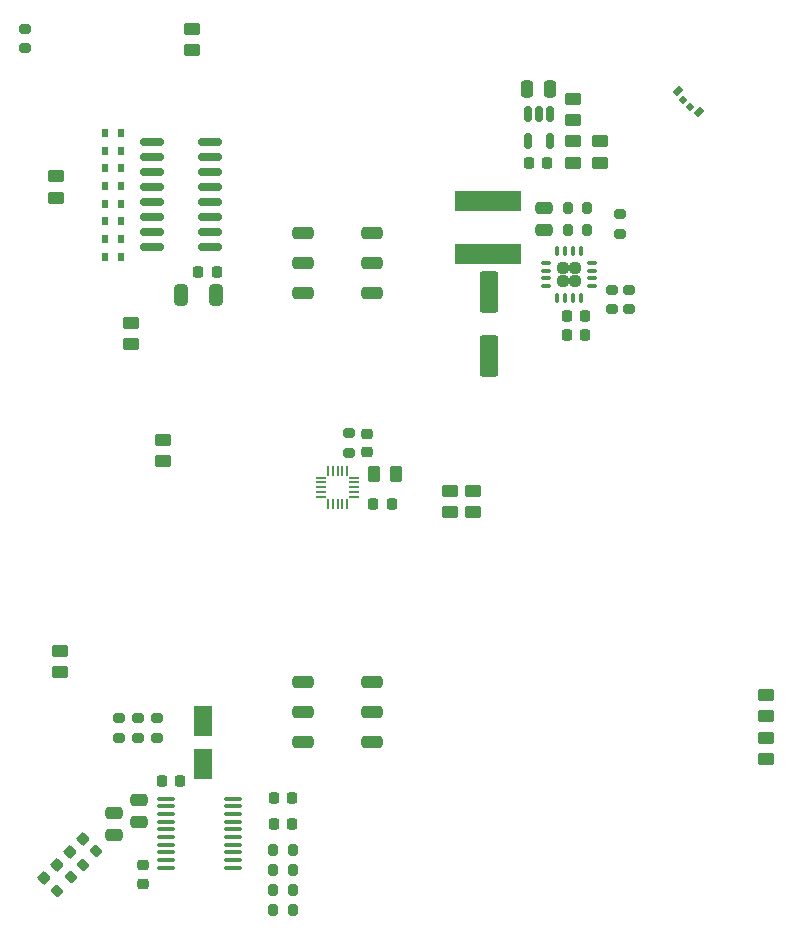
<source format=gbr>
%TF.GenerationSoftware,KiCad,Pcbnew,(6.0.10-0)*%
%TF.CreationDate,2025-02-20T17:08:05+01:00*%
%TF.ProjectId,MiniChord,4d696e69-4368-46f7-9264-2e6b69636164,rev?*%
%TF.SameCoordinates,Original*%
%TF.FileFunction,Paste,Top*%
%TF.FilePolarity,Positive*%
%FSLAX46Y46*%
G04 Gerber Fmt 4.6, Leading zero omitted, Abs format (unit mm)*
G04 Created by KiCad (PCBNEW (6.0.10-0)) date 2025-02-20 17:08:05*
%MOMM*%
%LPD*%
G01*
G04 APERTURE LIST*
G04 Aperture macros list*
%AMRoundRect*
0 Rectangle with rounded corners*
0 $1 Rounding radius*
0 $2 $3 $4 $5 $6 $7 $8 $9 X,Y pos of 4 corners*
0 Add a 4 corners polygon primitive as box body*
4,1,4,$2,$3,$4,$5,$6,$7,$8,$9,$2,$3,0*
0 Add four circle primitives for the rounded corners*
1,1,$1+$1,$2,$3*
1,1,$1+$1,$4,$5*
1,1,$1+$1,$6,$7*
1,1,$1+$1,$8,$9*
0 Add four rect primitives between the rounded corners*
20,1,$1+$1,$2,$3,$4,$5,0*
20,1,$1+$1,$4,$5,$6,$7,0*
20,1,$1+$1,$6,$7,$8,$9,0*
20,1,$1+$1,$8,$9,$2,$3,0*%
%AMFreePoly0*
4,1,14,0.354215,0.088284,0.450784,-0.008285,0.462500,-0.036569,0.462500,-0.060000,0.450784,-0.088284,0.422500,-0.100000,-0.422500,-0.100000,-0.450784,-0.088284,-0.462500,-0.060000,-0.462500,0.060000,-0.450784,0.088284,-0.422500,0.100000,0.325931,0.100000,0.354215,0.088284,0.354215,0.088284,$1*%
%AMFreePoly1*
4,1,14,0.450784,0.088284,0.462500,0.060000,0.462500,0.036569,0.450784,0.008285,0.354215,-0.088284,0.325931,-0.100000,-0.422500,-0.100000,-0.450784,-0.088284,-0.462500,-0.060000,-0.462500,0.060000,-0.450784,0.088284,-0.422500,0.100000,0.422500,0.100000,0.450784,0.088284,0.450784,0.088284,$1*%
%AMFreePoly2*
4,1,14,0.088284,0.450784,0.100000,0.422500,0.100000,-0.422500,0.088284,-0.450784,0.060000,-0.462500,-0.060000,-0.462500,-0.088284,-0.450784,-0.100000,-0.422500,-0.100000,0.325931,-0.088284,0.354215,0.008285,0.450784,0.036569,0.462500,0.060000,0.462500,0.088284,0.450784,0.088284,0.450784,$1*%
%AMFreePoly3*
4,1,14,-0.008285,0.450784,0.088284,0.354215,0.100000,0.325931,0.100000,-0.422500,0.088284,-0.450784,0.060000,-0.462500,-0.060000,-0.462500,-0.088284,-0.450784,-0.100000,-0.422500,-0.100000,0.422500,-0.088284,0.450784,-0.060000,0.462500,-0.036569,0.462500,-0.008285,0.450784,-0.008285,0.450784,$1*%
%AMFreePoly4*
4,1,14,0.450784,0.088284,0.462500,0.060000,0.462500,-0.060000,0.450784,-0.088284,0.422500,-0.100000,-0.325931,-0.100000,-0.354215,-0.088284,-0.450784,0.008285,-0.462500,0.036569,-0.462500,0.060000,-0.450784,0.088284,-0.422500,0.100000,0.422500,0.100000,0.450784,0.088284,0.450784,0.088284,$1*%
%AMFreePoly5*
4,1,14,0.450784,0.088284,0.462500,0.060000,0.462500,-0.060000,0.450784,-0.088284,0.422500,-0.100000,-0.422500,-0.100000,-0.450784,-0.088284,-0.462500,-0.060000,-0.462500,-0.036569,-0.450784,-0.008285,-0.354215,0.088284,-0.325931,0.100000,0.422500,0.100000,0.450784,0.088284,0.450784,0.088284,$1*%
%AMFreePoly6*
4,1,14,0.088284,0.450784,0.100000,0.422500,0.100000,-0.325931,0.088284,-0.354215,-0.008285,-0.450784,-0.036569,-0.462500,-0.060000,-0.462500,-0.088284,-0.450784,-0.100000,-0.422500,-0.100000,0.422500,-0.088284,0.450784,-0.060000,0.462500,0.060000,0.462500,0.088284,0.450784,0.088284,0.450784,$1*%
%AMFreePoly7*
4,1,14,0.088284,0.450784,0.100000,0.422500,0.100000,-0.422500,0.088284,-0.450784,0.060000,-0.462500,0.036569,-0.462500,0.008285,-0.450784,-0.088284,-0.354215,-0.100000,-0.325931,-0.100000,0.422500,-0.088284,0.450784,-0.060000,0.462500,0.060000,0.462500,0.088284,0.450784,0.088284,0.450784,$1*%
G04 Aperture macros list end*
%ADD10RoundRect,0.150000X-0.825000X-0.150000X0.825000X-0.150000X0.825000X0.150000X-0.825000X0.150000X0*%
%ADD11RoundRect,0.225000X0.225000X0.250000X-0.225000X0.250000X-0.225000X-0.250000X0.225000X-0.250000X0*%
%ADD12R,0.600000X0.700000*%
%ADD13RoundRect,0.200000X-0.275000X0.200000X-0.275000X-0.200000X0.275000X-0.200000X0.275000X0.200000X0*%
%ADD14RoundRect,0.250000X-0.450000X0.262500X-0.450000X-0.262500X0.450000X-0.262500X0.450000X0.262500X0*%
%ADD15RoundRect,0.250000X-0.475000X0.250000X-0.475000X-0.250000X0.475000X-0.250000X0.475000X0.250000X0*%
%ADD16RoundRect,0.225000X-0.225000X-0.250000X0.225000X-0.250000X0.225000X0.250000X-0.225000X0.250000X0*%
%ADD17RoundRect,0.200000X-0.200000X-0.275000X0.200000X-0.275000X0.200000X0.275000X-0.200000X0.275000X0*%
%ADD18RoundRect,0.225000X0.017678X-0.335876X0.335876X-0.017678X-0.017678X0.335876X-0.335876X0.017678X0*%
%ADD19RoundRect,0.050000X0.388909X0.106066X0.106066X0.388909X-0.388909X-0.106066X-0.106066X-0.388909X0*%
%ADD20RoundRect,0.050000X0.300520X0.017678X0.017678X0.300520X-0.300520X-0.017678X-0.017678X-0.300520X0*%
%ADD21RoundRect,0.225000X-0.250000X0.225000X-0.250000X-0.225000X0.250000X-0.225000X0.250000X0.225000X0*%
%ADD22RoundRect,0.250000X0.475000X-0.250000X0.475000X0.250000X-0.475000X0.250000X-0.475000X-0.250000X0*%
%ADD23RoundRect,0.250000X0.450000X-0.262500X0.450000X0.262500X-0.450000X0.262500X-0.450000X-0.262500X0*%
%ADD24RoundRect,0.200000X0.275000X-0.200000X0.275000X0.200000X-0.275000X0.200000X-0.275000X-0.200000X0*%
%ADD25RoundRect,0.250000X-0.250000X-0.475000X0.250000X-0.475000X0.250000X0.475000X-0.250000X0.475000X0*%
%ADD26RoundRect,0.250000X-0.550000X1.500000X-0.550000X-1.500000X0.550000X-1.500000X0.550000X1.500000X0*%
%ADD27RoundRect,0.250000X-0.262500X-0.450000X0.262500X-0.450000X0.262500X0.450000X-0.262500X0.450000X0*%
%ADD28RoundRect,0.200000X-0.053033X0.335876X-0.335876X0.053033X0.053033X-0.335876X0.335876X-0.053033X0*%
%ADD29RoundRect,0.150000X-0.150000X0.512500X-0.150000X-0.512500X0.150000X-0.512500X0.150000X0.512500X0*%
%ADD30RoundRect,0.255000X-0.635000X0.255000X-0.635000X-0.255000X0.635000X-0.255000X0.635000X0.255000X0*%
%ADD31RoundRect,0.250000X0.325000X0.650000X-0.325000X0.650000X-0.325000X-0.650000X0.325000X-0.650000X0*%
%ADD32RoundRect,0.238649X-0.238648X-0.238648X0.238648X-0.238648X0.238648X0.238648X-0.238648X0.238648X0*%
%ADD33RoundRect,0.087500X-0.325000X-0.087500X0.325000X-0.087500X0.325000X0.087500X-0.325000X0.087500X0*%
%ADD34RoundRect,0.087500X-0.087500X-0.325000X0.087500X-0.325000X0.087500X0.325000X-0.087500X0.325000X0*%
%ADD35R,5.700000X1.700000*%
%ADD36RoundRect,0.200000X0.053033X-0.335876X0.335876X-0.053033X-0.053033X0.335876X-0.335876X0.053033X0*%
%ADD37RoundRect,0.200000X0.200000X0.275000X-0.200000X0.275000X-0.200000X-0.275000X0.200000X-0.275000X0*%
%ADD38RoundRect,0.100000X-0.637500X-0.100000X0.637500X-0.100000X0.637500X0.100000X-0.637500X0.100000X0*%
%ADD39RoundRect,0.250000X-0.550000X1.050000X-0.550000X-1.050000X0.550000X-1.050000X0.550000X1.050000X0*%
%ADD40RoundRect,0.225000X-0.017678X0.335876X-0.335876X0.017678X0.017678X-0.335876X0.335876X-0.017678X0*%
%ADD41FreePoly0,180.000000*%
%ADD42RoundRect,0.050000X0.412500X0.050000X-0.412500X0.050000X-0.412500X-0.050000X0.412500X-0.050000X0*%
%ADD43FreePoly1,180.000000*%
%ADD44FreePoly2,180.000000*%
%ADD45RoundRect,0.050000X0.050000X0.412500X-0.050000X0.412500X-0.050000X-0.412500X0.050000X-0.412500X0*%
%ADD46FreePoly3,180.000000*%
%ADD47FreePoly4,180.000000*%
%ADD48FreePoly5,180.000000*%
%ADD49FreePoly6,180.000000*%
%ADD50FreePoly7,180.000000*%
G04 APERTURE END LIST*
D10*
%TO.C,U4*%
X120775000Y-81805000D03*
X120775000Y-83075000D03*
X120775000Y-84345000D03*
X120775000Y-85615000D03*
X120775000Y-86885000D03*
X120775000Y-88155000D03*
X120775000Y-89425000D03*
X120775000Y-90695000D03*
X125725000Y-90695000D03*
X125725000Y-89425000D03*
X125725000Y-88155000D03*
X125725000Y-86885000D03*
X125725000Y-85615000D03*
X125725000Y-84345000D03*
X125725000Y-83075000D03*
X125725000Y-81805000D03*
%TD*%
D11*
%TO.C,C7*%
X126275000Y-92750000D03*
X124725000Y-92750000D03*
%TD*%
D12*
%TO.C,D5*%
X118200000Y-88500000D03*
X116800000Y-88500000D03*
%TD*%
D13*
%TO.C,R2*%
X159700000Y-94275000D03*
X159700000Y-95925000D03*
%TD*%
D14*
%TO.C,R13*%
X121700000Y-106987500D03*
X121700000Y-108812500D03*
%TD*%
D15*
%TO.C,C9*%
X119700000Y-137450000D03*
X119700000Y-139350000D03*
%TD*%
D16*
%TO.C,C11*%
X121625000Y-135900000D03*
X123175000Y-135900000D03*
%TD*%
D17*
%TO.C,R29*%
X131075000Y-145100000D03*
X132725000Y-145100000D03*
%TD*%
%TO.C,R27*%
X131075000Y-141700000D03*
X132725000Y-141700000D03*
%TD*%
D13*
%TO.C,R7*%
X160400000Y-87875000D03*
X160400000Y-89525000D03*
%TD*%
D12*
%TO.C,D9*%
X118200000Y-81000000D03*
X116800000Y-81000000D03*
%TD*%
D18*
%TO.C,C16*%
X111651992Y-144048008D03*
X112748008Y-142951992D03*
%TD*%
D12*
%TO.C,D11*%
X118200000Y-90000000D03*
X116800000Y-90000000D03*
%TD*%
D19*
%TO.C,D3*%
X167146536Y-79257627D03*
D20*
X166315685Y-78815685D03*
X165750000Y-78250000D03*
D19*
X165308058Y-77419149D03*
%TD*%
D21*
%TO.C,C19*%
X139000000Y-106475000D03*
X139000000Y-108025000D03*
%TD*%
D22*
%TO.C,C4*%
X154000000Y-89250000D03*
X154000000Y-87350000D03*
%TD*%
D23*
%TO.C,R10*%
X148000000Y-113112500D03*
X148000000Y-111287500D03*
%TD*%
D24*
%TO.C,R15*%
X137500000Y-108075000D03*
X137500000Y-106425000D03*
%TD*%
D17*
%TO.C,R28*%
X131075000Y-143400000D03*
X132725000Y-143400000D03*
%TD*%
D23*
%TO.C,R1*%
X158700000Y-83520000D03*
X158700000Y-81695000D03*
%TD*%
D14*
%TO.C,R12*%
X119000000Y-97087500D03*
X119000000Y-98912500D03*
%TD*%
%TO.C,R39*%
X172800000Y-132200000D03*
X172800000Y-134025000D03*
%TD*%
D13*
%TO.C,R37*%
X118000000Y-130575000D03*
X118000000Y-132225000D03*
%TD*%
D12*
%TO.C,D8*%
X118200000Y-91500000D03*
X116800000Y-91500000D03*
%TD*%
D13*
%TO.C,R35*%
X121200000Y-130575000D03*
X121200000Y-132225000D03*
%TD*%
D11*
%TO.C,C1*%
X157475000Y-98100000D03*
X155925000Y-98100000D03*
%TD*%
D25*
%TO.C,C18*%
X152550000Y-77307500D03*
X154450000Y-77307500D03*
%TD*%
D26*
%TO.C,C5*%
X149300000Y-94500000D03*
X149300000Y-99900000D03*
%TD*%
D27*
%TO.C,R14*%
X139587500Y-109900000D03*
X141412500Y-109900000D03*
%TD*%
D16*
%TO.C,C13*%
X131125000Y-139500000D03*
X132675000Y-139500000D03*
%TD*%
D28*
%TO.C,R32*%
X116083363Y-141816637D03*
X114916637Y-142983363D03*
%TD*%
D12*
%TO.C,D6*%
X118200000Y-82500000D03*
X116800000Y-82500000D03*
%TD*%
D29*
%TO.C,U3*%
X154500000Y-79388750D03*
X153550000Y-79388750D03*
X152600000Y-79388750D03*
X152600000Y-81663750D03*
X154500000Y-81663750D03*
%TD*%
D14*
%TO.C,R16*%
X113000000Y-124837500D03*
X113000000Y-126662500D03*
%TD*%
D11*
%TO.C,C3*%
X157475000Y-96500000D03*
X155925000Y-96500000D03*
%TD*%
D30*
%TO.C,J1*%
X139410000Y-89460000D03*
X139410000Y-92000000D03*
X139410000Y-94540000D03*
X133590000Y-89460000D03*
X133590000Y-92000000D03*
X133590000Y-94540000D03*
%TD*%
D31*
%TO.C,C6*%
X126225000Y-94750000D03*
X123275000Y-94750000D03*
%TD*%
D13*
%TO.C,R34*%
X110000000Y-72175000D03*
X110000000Y-73825000D03*
%TD*%
D14*
%TO.C,R8*%
X156400000Y-81695000D03*
X156400000Y-83520000D03*
%TD*%
%TO.C,R4*%
X156400000Y-78095000D03*
X156400000Y-79920000D03*
%TD*%
D32*
%TO.C,U2*%
X156650000Y-92450000D03*
X156650000Y-93550000D03*
X155550000Y-92450000D03*
X155550000Y-93550000D03*
D33*
X154137500Y-92025000D03*
X154137500Y-92675000D03*
X154137500Y-93325000D03*
X154137500Y-93975000D03*
D34*
X155125000Y-94962500D03*
X155775000Y-94962500D03*
X156425000Y-94962500D03*
X157075000Y-94962500D03*
D33*
X158062500Y-93975000D03*
X158062500Y-93325000D03*
X158062500Y-92675000D03*
X158062500Y-92025000D03*
D34*
X157075000Y-91037500D03*
X156425000Y-91037500D03*
X155775000Y-91037500D03*
X155125000Y-91037500D03*
%TD*%
D35*
%TO.C,L1*%
X149200000Y-86750000D03*
X149200000Y-91250000D03*
%TD*%
D30*
%TO.C,J4*%
X139410000Y-127460000D03*
X139410000Y-130000000D03*
X139410000Y-132540000D03*
X133590000Y-127460000D03*
X133590000Y-130000000D03*
X133590000Y-132540000D03*
%TD*%
D36*
%TO.C,R31*%
X112733274Y-145166726D03*
X113900000Y-144000000D03*
%TD*%
D12*
%TO.C,D7*%
X118200000Y-87000000D03*
X116800000Y-87000000D03*
%TD*%
D16*
%TO.C,C2*%
X152725000Y-83507500D03*
X154275000Y-83507500D03*
%TD*%
D23*
%TO.C,R9*%
X146000000Y-113112500D03*
X146000000Y-111287500D03*
%TD*%
D37*
%TO.C,R6*%
X157625000Y-87400000D03*
X155975000Y-87400000D03*
%TD*%
D23*
%TO.C,R38*%
X172800000Y-130400000D03*
X172800000Y-128575000D03*
%TD*%
D17*
%TO.C,R30*%
X131075000Y-146800000D03*
X132725000Y-146800000D03*
%TD*%
D23*
%TO.C,R40*%
X124200000Y-73987500D03*
X124200000Y-72162500D03*
%TD*%
D38*
%TO.C,U5*%
X121937500Y-137375000D03*
X121937500Y-138025000D03*
X121937500Y-138675000D03*
X121937500Y-139325000D03*
X121937500Y-139975000D03*
X121937500Y-140625000D03*
X121937500Y-141275000D03*
X121937500Y-141925000D03*
X121937500Y-142575000D03*
X121937500Y-143225000D03*
X127662500Y-143225000D03*
X127662500Y-142575000D03*
X127662500Y-141925000D03*
X127662500Y-141275000D03*
X127662500Y-140625000D03*
X127662500Y-139975000D03*
X127662500Y-139325000D03*
X127662500Y-138675000D03*
X127662500Y-138025000D03*
X127662500Y-137375000D03*
%TD*%
D16*
%TO.C,C8*%
X139525000Y-112400000D03*
X141075000Y-112400000D03*
%TD*%
D21*
%TO.C,C14*%
X120000000Y-143025000D03*
X120000000Y-144575000D03*
%TD*%
D37*
%TO.C,R5*%
X157625000Y-89200000D03*
X155975000Y-89200000D03*
%TD*%
D39*
%TO.C,C15*%
X125100000Y-130800000D03*
X125100000Y-134400000D03*
%TD*%
D13*
%TO.C,R36*%
X119600000Y-130575000D03*
X119600000Y-132225000D03*
%TD*%
D15*
%TO.C,C10*%
X117600000Y-138550000D03*
X117600000Y-140450000D03*
%TD*%
D23*
%TO.C,R11*%
X112700000Y-86512500D03*
X112700000Y-84687500D03*
%TD*%
D12*
%TO.C,D10*%
X118200000Y-85500000D03*
X116800000Y-85500000D03*
%TD*%
D40*
%TO.C,C17*%
X114948008Y-140751992D03*
X113851992Y-141848008D03*
%TD*%
D12*
%TO.C,D4*%
X118200000Y-84000000D03*
X116800000Y-84000000D03*
%TD*%
D41*
%TO.C,U6*%
X137887500Y-111800000D03*
D42*
X137887500Y-111400000D03*
X137887500Y-111000000D03*
X137887500Y-110600000D03*
D43*
X137887500Y-110200000D03*
D44*
X137300000Y-109612500D03*
D45*
X136900000Y-109612500D03*
X136500000Y-109612500D03*
X136100000Y-109612500D03*
D46*
X135700000Y-109612500D03*
D47*
X135112500Y-110200000D03*
D42*
X135112500Y-110600000D03*
X135112500Y-111000000D03*
X135112500Y-111400000D03*
D48*
X135112500Y-111800000D03*
D49*
X135700000Y-112387500D03*
D45*
X136100000Y-112387500D03*
X136500000Y-112387500D03*
X136900000Y-112387500D03*
D50*
X137300000Y-112387500D03*
%TD*%
D13*
%TO.C,R3*%
X161200000Y-94275000D03*
X161200000Y-95925000D03*
%TD*%
D16*
%TO.C,C12*%
X131125000Y-137300000D03*
X132675000Y-137300000D03*
%TD*%
M02*

</source>
